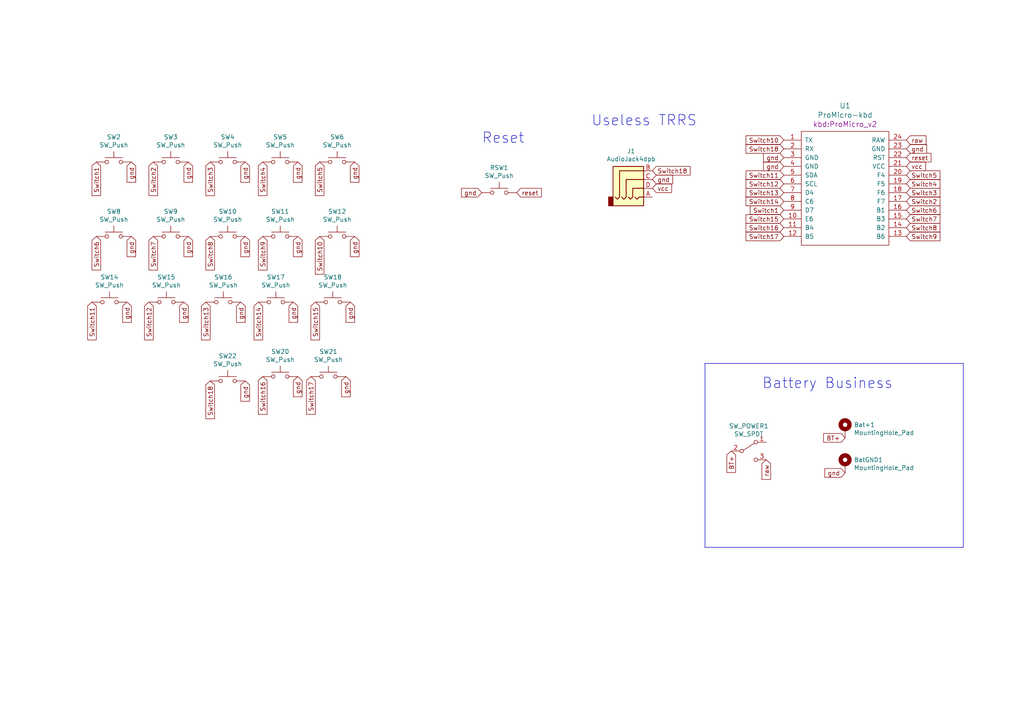
<source format=kicad_sch>
(kicad_sch (version 20230121) (generator eeschema)
  (paper "A4")
  (title_block (title "Demeter 36") (date "2024-02-01") (rev "0.1") (company "broomlabs"))
  (lib_symbols
    (symbol "Mechanical:MountingHole_Pad" (pin_numbers hide) (pin_names (offset 1.016) hide)
      (property "Reference" "H" (at 0 6.35 0))
      (property "Value" "Mechanical_MountingHole_Pad" (at 0 4.445 0))
      (symbol "MountingHole_Pad_0_1"
        (circle (center 0 1.27) (radius 1.27) (stroke (width 1.27)))
      )
      (symbol "MountingHole_Pad_1_1"
        (pin input line (at 0 -2.54 90) (length 2.54) (name "1") (number "1"))
      )
    )
    (symbol "Switch:SW_Push" (pin_numbers hide) (pin_names (offset 1.016) hide)
      (property "Reference" "SW" (at 1.27 2.54 0))
      (property "Value" "Switch_SW_Push" (at 0 -1.524 0))
      (symbol "SW_Push_0_1"
        (circle (center -2.032 0) (radius 0.508))
        (polyline (pts (xy 0 1.27) (xy 0 3.048)))
        (polyline (pts (xy 2.54 1.27) (xy -2.54 1.27)))
        (circle (center 2.032 0) (radius 0.508))
        (pin passive line (at -5.08 0 0) (length 2.54) (name "1") (number "1"))
        (pin passive line (at 5.08 0 180) (length 2.54) (name "2") (number "2"))
      )
    )
    (symbol "Switch:SW_SPDT" (pin_names (offset 0) hide)
      (property "Reference" "SW" (at 0 4.318 0))
      (property "Value" "Switch_SW_SPDT" (at 0 -5.08 0))
      (symbol "SW_SPDT_0_0"
        (circle (center -2.032 0) (radius 0.508))
        (circle (center 2.032 -2.54) (radius 0.508))
      )
      (symbol "SW_SPDT_0_1"
        (polyline (pts (xy -1.524 0.254) (xy 1.651 2.286)))
        (circle (center 2.032 2.54) (radius 0.508))
      )
      (symbol "SW_SPDT_1_1"
        (pin passive line (at 5.08 2.54 180) (length 2.54) (name "A") (number "1"))
        (pin passive line (at -5.08 0 0) (length 2.54) (name "B") (number "2"))
        (pin passive line (at 5.08 -2.54 180) (length 2.54) (name "C") (number "3"))
      )
    )
    (symbol "bigblackpill:ProMicro-kbd" (pin_names (offset 1.016))
      (property "Reference" "U" (at 0 24.13 0))
      (property "Value" "bigblackpill_ProMicro-kbd" (at 0 -13.97 0))
      (symbol "ProMicro-kbd_0_1"
        (rectangle (start -12.7 21.59) (end 12.7 -11.43))
      )
      (symbol "ProMicro-kbd_1_1"
        (pin bidirectional line (at -17.78 19.05 0) (length 5.08) (name "TX") (number "1"))
        (pin bidirectional line (at -17.78 -3.81 0) (length 5.08) (name "E6") (number "10"))
        (pin bidirectional line (at -17.78 -6.35 0) (length 5.08) (name "B4") (number "11"))
        (pin bidirectional line (at -17.78 -8.89 0) (length 5.08) (name "B5") (number "12"))
        (pin bidirectional line (at 17.78 -8.89 180) (length 5.08) (name "B6") (number "13"))
        (pin bidirectional line (at 17.78 -6.35 180) (length 5.08) (name "B2") (number "14"))
        (pin bidirectional line (at 17.78 -3.81 180) (length 5.08) (name "B3") (number "15"))
        (pin bidirectional line (at 17.78 -1.27 180) (length 5.08) (name "B1") (number "16"))
        (pin bidirectional line (at 17.78 1.27 180) (length 5.08) (name "F7") (number "17"))
        (pin bidirectional line (at 17.78 3.81 180) (length 5.08) (name "F6") (number "18"))
        (pin bidirectional line (at 17.78 6.35 180) (length 5.08) (name "F5") (number "19"))
        (pin bidirectional line (at -17.78 16.51 0) (length 5.08) (name "RX") (number "2"))
        (pin bidirectional line (at 17.78 8.89 180) (length 5.08) (name "F4") (number "20"))
        (pin power_in line (at 17.78 11.43 180) (length 5.08) (name "VCC") (number "21"))
        (pin input line (at 17.78 13.97 180) (length 5.08) (name "RST") (number "22"))
        (pin power_in line (at 17.78 16.51 180) (length 5.08) (name "GND") (number "23"))
        (pin power_out line (at 17.78 19.05 180) (length 5.08) (name "RAW") (number "24"))
        (pin power_in line (at -17.78 13.97 0) (length 5.08) (name "GND") (number "3"))
        (pin power_in line (at -17.78 11.43 0) (length 5.08) (name "GND") (number "4"))
        (pin bidirectional line (at -17.78 8.89 0) (length 5.08) (name "SDA") (number "5"))
        (pin bidirectional line (at -17.78 6.35 0) (length 5.08) (name "SCL") (number "6"))
        (pin bidirectional line (at -17.78 3.81 0) (length 5.08) (name "D4") (number "7"))
        (pin bidirectional line (at -17.78 1.27 0) (length 5.08) (name "C6") (number "8"))
        (pin bidirectional line (at -17.78 -1.27 0) (length 5.08) (name "D7") (number "9"))
      )
    )
    (symbol "tokas_bp:AudioJack4dpb"
      (property "Reference" "J" (at 0 8.89 0))
      (property "Value" "tokas_bp_AudioJack4dpb" (at 0 6.35 0))
      (symbol "AudioJack4dpb_0_1"
        (rectangle (start -6.35 -5.08) (end -7.62 -7.62) (stroke (width 0.254)) (fill (type outline)))
        (polyline (pts (xy 0 -5.08) (xy 0.635 -5.715) (xy 1.27 -5.08) (xy 2.54 -5.08)) (stroke (width 0.254)))
        (polyline (pts (xy -5.715 -5.08) (xy -5.08 -5.715) (xy -4.445 -5.08) (xy -4.445 2.54) (xy 2.54 2.54)) (stroke (width 0.254)))
        (polyline (pts (xy -1.905 -5.08) (xy -1.27 -5.715) (xy -0.635 -5.08) (xy -0.635 -2.54) (xy 2.54 -2.54)) (stroke (width 0.254)))
        (polyline (pts (xy 2.54 0) (xy -2.54 0) (xy -2.54 -5.08) (xy -3.175 -5.715) (xy -3.81 -5.08)) (stroke (width 0.254)))
        (rectangle (start 2.54 3.81) (end -6.35 -7.62) (stroke (width 0.254)) (fill (type background)))
      )
      (symbol "AudioJack4dpb_1_1"
        (pin passive line (at 5.08 -5.08 180) (length 2.54) (name "~") (number "A"))
        (pin passive line (at 5.08 2.54 180) (length 2.54) (name "~") (number "B"))
        (pin passive line (at 5.08 0 180) (length 2.54) (name "~") (number "C"))
        (pin passive line (at 5.08 -2.54 180) (length 2.54) (name "~") (number "D"))
      )
    )
  )
  (polyline (pts (xy 279.4 158.75) (xy 204.47 158.75)))
  (polyline (pts (xy 204.47 158.75) (xy 204.47 105.41)))
  (polyline (pts (xy 279.4 105.41) (xy 279.4 158.75)))
  (polyline (pts (xy 204.47 105.41) (xy 279.4 105.41)))
  (text "Reset" (at 139.7 41.91 0) (effects (font (size 2.9972 2.9972)) (justify left bottom)))
  (text "Battery Business" (at 220.98 113.03 0) (effects (font (size 2.9972 2.9972)) (justify left bottom)))
  (text "Useless TRRS\n" (at 171.45 36.83 0) (effects (font (size 2.9972 2.9972)) (justify left bottom)))
  (global_label "Switch4" (shape input) (at 76.2 46.99 270) (property "Intersheetrefs" "${INTERSHEET_REFS}" (effects hide)))
  (global_label "gnd" (shape input) (at 38.1 46.99 270) (property "Intersheetrefs" "${INTERSHEET_REFS}" (effects hide)))
  (global_label "gnd" (shape input) (at 102.87 68.58 270) (property "Intersheetrefs" "${INTERSHEET_REFS}" (effects hide)))
  (global_label "Switch11" (shape input) (at 227.33 50.8 180) (property "Intersheetrefs" "${INTERSHEET_REFS}" (effects hide)))
  (global_label "gnd" (shape input) (at 227.33 48.26 180) (property "Intersheetrefs" "${INTERSHEET_REFS}" (effects hide)))
  (global_label "Switch18" (shape input) (at 227.33 43.18 180) (property "Intersheetrefs" "${INTERSHEET_REFS}" (effects hide)))
  (global_label "gnd" (shape input) (at 86.36 46.99 270) (property "Intersheetrefs" "${INTERSHEET_REFS}" (effects hide)))
  (global_label "Switch11" (shape input) (at 26.67 87.63 270) (property "Intersheetrefs" "${INTERSHEET_REFS}" (effects hide)))
  (global_label "Switch12" (shape input) (at 43.18 87.63 270) (property "Intersheetrefs" "${INTERSHEET_REFS}" (effects hide)))
  (global_label "BT+" (shape input) (at 212.09 130.81 270) (property "Intersheetrefs" "${INTERSHEET_REFS}" (effects hide)))
  (global_label "gnd" (shape input) (at 38.1 68.58 270) (property "Intersheetrefs" "${INTERSHEET_REFS}" (effects hide)))
  (global_label "Switch8" (shape input) (at 60.96 68.58 270) (property "Intersheetrefs" "${INTERSHEET_REFS}" (effects hide)))
  (global_label "gnd" (shape input) (at 71.12 68.58 270) (property "Intersheetrefs" "${INTERSHEET_REFS}" (effects hide)))
  (global_label "reset" (shape input) (at 149.86 55.88 0) (property "Intersheetrefs" "${INTERSHEET_REFS}" (effects hide)))
  (global_label "Switch4" (shape input) (at 262.89 53.34 0) (property "Intersheetrefs" "${INTERSHEET_REFS}" (effects hide)))
  (global_label "Switch2" (shape input) (at 44.45 46.99 270) (property "Intersheetrefs" "${INTERSHEET_REFS}" (effects hide)))
  (global_label "gnd" (shape input) (at 36.83 87.63 270) (property "Intersheetrefs" "${INTERSHEET_REFS}" (effects hide)))
  (global_label "Switch13" (shape input) (at 227.33 55.88 180) (property "Intersheetrefs" "${INTERSHEET_REFS}" (effects hide)))
  (global_label "Switch14" (shape input) (at 227.33 58.42 180) (property "Intersheetrefs" "${INTERSHEET_REFS}" (effects hide)))
  (global_label "Switch1" (shape input) (at 227.33 60.96 180) (property "Intersheetrefs" "${INTERSHEET_REFS}" (effects hide)))
  (global_label "Switch18" (shape input) (at 189.23 49.53 0) (property "Intersheetrefs" "${INTERSHEET_REFS}" (effects hide)))
  (global_label "gnd" (shape input) (at 85.09 87.63 270) (property "Intersheetrefs" "${INTERSHEET_REFS}" (effects hide)))
  (global_label "gnd" (shape input) (at 86.36 109.22 270) (property "Intersheetrefs" "${INTERSHEET_REFS}" (effects hide)))
  (global_label "gnd" (shape input) (at 53.34 87.63 270) (property "Intersheetrefs" "${INTERSHEET_REFS}" (effects hide)))
  (global_label "Switch17" (shape input) (at 227.33 68.58 180) (property "Intersheetrefs" "${INTERSHEET_REFS}" (effects hide)))
  (global_label "gnd" (shape input) (at 262.89 43.18 0) (property "Intersheetrefs" "${INTERSHEET_REFS}" (effects hide)))
  (global_label "Switch8" (shape input) (at 262.89 66.04 0) (property "Intersheetrefs" "${INTERSHEET_REFS}" (effects hide)))
  (global_label "Switch13" (shape input) (at 59.69 87.63 270) (property "Intersheetrefs" "${INTERSHEET_REFS}" (effects hide)))
  (global_label "gnd" (shape input) (at 100.33 109.22 270) (property "Intersheetrefs" "${INTERSHEET_REFS}" (effects hide)))
  (global_label "Switch16" (shape input) (at 76.2 109.22 270) (property "Intersheetrefs" "${INTERSHEET_REFS}" (effects hide)))
  (global_label "Switch1" (shape input) (at 27.94 46.99 270) (property "Intersheetrefs" "${INTERSHEET_REFS}" (effects hide)))
  (global_label "Switch12" (shape input) (at 227.33 53.34 180) (property "Intersheetrefs" "${INTERSHEET_REFS}" (effects hide)))
  (global_label "vcc" (shape input) (at 262.89 48.26 0) (property "Intersheetrefs" "${INTERSHEET_REFS}" (effects hide)))
  (global_label "Switch14" (shape input) (at 74.93 87.63 270) (property "Intersheetrefs" "${INTERSHEET_REFS}" (effects hide)))
  (global_label "Switch17" (shape input) (at 90.17 109.22 270) (property "Intersheetrefs" "${INTERSHEET_REFS}" (effects hide)))
  (global_label "Switch18" (shape input) (at 60.96 110.49 270) (property "Intersheetrefs" "${INTERSHEET_REFS}" (effects hide)))
  (global_label "gnd" (shape input) (at 71.12 46.99 270) (property "Intersheetrefs" "${INTERSHEET_REFS}" (effects hide)))
  (global_label "gnd" (shape input) (at 86.36 68.58 270) (property "Intersheetrefs" "${INTERSHEET_REFS}" (effects hide)))
  (global_label "Switch5" (shape input) (at 92.71 46.99 270) (property "Intersheetrefs" "${INTERSHEET_REFS}" (effects hide)))
  (global_label "gnd" (shape input) (at 54.61 46.99 270) (property "Intersheetrefs" "${INTERSHEET_REFS}" (effects hide)))
  (global_label "Switch6" (shape input) (at 27.94 68.58 270) (property "Intersheetrefs" "${INTERSHEET_REFS}" (effects hide)))
  (global_label "gnd" (shape input) (at 189.23 52.07 0) (property "Intersheetrefs" "${INTERSHEET_REFS}" (effects hide)))
  (global_label "Switch15" (shape input) (at 91.44 87.63 270) (property "Intersheetrefs" "${INTERSHEET_REFS}" (effects hide)))
  (global_label "Switch15" (shape input) (at 227.33 63.5 180) (property "Intersheetrefs" "${INTERSHEET_REFS}" (effects hide)))
  (global_label "gnd" (shape input) (at 101.6 87.63 270) (property "Intersheetrefs" "${INTERSHEET_REFS}" (effects hide)))
  (global_label "Switch7" (shape input) (at 44.45 68.58 270) (property "Intersheetrefs" "${INTERSHEET_REFS}" (effects hide)))
  (global_label "Switch2" (shape input) (at 262.89 58.42 0) (property "Intersheetrefs" "${INTERSHEET_REFS}" (effects hide)))
  (global_label "Switch9" (shape input) (at 76.2 68.58 270) (property "Intersheetrefs" "${INTERSHEET_REFS}" (effects hide)))
  (global_label "gnd" (shape input) (at 71.12 110.49 270) (property "Intersheetrefs" "${INTERSHEET_REFS}" (effects hide)))
  (global_label "gnd" (shape input) (at 102.87 46.99 270) (property "Intersheetrefs" "${INTERSHEET_REFS}" (effects hide)))
  (global_label "Switch10" (shape input) (at 92.71 68.58 270) (property "Intersheetrefs" "${INTERSHEET_REFS}" (effects hide)))
  (global_label "gnd" (shape input) (at 227.33 45.72 180) (property "Intersheetrefs" "${INTERSHEET_REFS}" (effects hide)))
  (global_label "BT+" (shape input) (at 245.11 127 180) (property "Intersheetrefs" "${INTERSHEET_REFS}" (effects hide)))
  (global_label "Switch9" (shape input) (at 262.89 68.58 0) (property "Intersheetrefs" "${INTERSHEET_REFS}" (effects hide)))
  (global_label "gnd" (shape input) (at 245.11 137.16 180) (property "Intersheetrefs" "${INTERSHEET_REFS}" (effects hide)))
  (global_label "gnd" (shape input) (at 69.85 87.63 270) (property "Intersheetrefs" "${INTERSHEET_REFS}" (effects hide)))
  (global_label "raw" (shape input) (at 222.25 133.35 270) (property "Intersheetrefs" "${INTERSHEET_REFS}" (effects hide)))
  (global_label "raw" (shape input) (at 262.89 40.64 0) (property "Intersheetrefs" "${INTERSHEET_REFS}" (effects hide)))
  (global_label "Switch10" (shape input) (at 227.33 40.64 180) (property "Intersheetrefs" "${INTERSHEET_REFS}" (effects hide)))
  (global_label "vcc" (shape input) (at 189.23 54.61 0) (property "Intersheetrefs" "${INTERSHEET_REFS}" (effects hide)))
  (global_label "Switch5" (shape input) (at 262.89 50.8 0) (property "Intersheetrefs" "${INTERSHEET_REFS}" (effects hide)))
  (global_label "gnd" (shape input) (at 54.61 68.58 270) (property "Intersheetrefs" "${INTERSHEET_REFS}" (effects hide)))
  (global_label "Switch7" (shape input) (at 262.89 63.5 0) (property "Intersheetrefs" "${INTERSHEET_REFS}" (effects hide)))
  (global_label "Switch6" (shape input) (at 262.89 60.96 0) (property "Intersheetrefs" "${INTERSHEET_REFS}" (effects hide)))
  (global_label "Switch16" (shape input) (at 227.33 66.04 180) (property "Intersheetrefs" "${INTERSHEET_REFS}" (effects hide)))
  (global_label "Switch3" (shape input) (at 60.96 46.99 270) (property "Intersheetrefs" "${INTERSHEET_REFS}" (effects hide)))
  (global_label "Switch3" (shape input) (at 262.89 55.88 0) (property "Intersheetrefs" "${INTERSHEET_REFS}" (effects hide)))
  (global_label "reset" (shape input) (at 262.89 45.72 0) (property "Intersheetrefs" "${INTERSHEET_REFS}" (effects hide)))
  (global_label "gnd" (shape input) (at 139.7 55.88 180) (property "Intersheetrefs" "${INTERSHEET_REFS}" (effects hide)))
  (symbol (lib_id "Mechanical:MountingHole_Pad") (at 245.11 124.46 0) (unit 1)
    (property "Reference" "Bat+1" (at 247.65 123.2154 0) (effects (justify left)))
    (property "Value" "MountingHole_Pad" (at 247.65 125.5268 0) (effects (justify left)))
    (property "Footprint" "kbd:1pin_conn" (effects hide))
  )
  (symbol (lib_id "Mechanical:MountingHole_Pad") (at 245.11 134.62 0) (unit 1)
    (property "Reference" "BatGND1" (at 247.65 133.3754 0) (effects (justify left)))
    (property "Value" "MountingHole_Pad" (at 247.65 135.6868 0) (effects (justify left)))
    (property "Footprint" "kbd:1pin_conn" (effects hide))
  )
  (symbol (lib_id "bigblackpill:ProMicro-kbd") (at 245.11 59.69 0) (unit 1)
    (property "Reference" "U1" (at 245.11 30.6578 0) (effects (font (size 1.524 1.524))))
    (property "Value" "ProMicro-kbd" (at 245.11 33.3502 0) (effects (font (size 1.524 1.524))))
    (property "Footprint" "kbd:ProMicro_v2" (at 245.11 36.0426 0) (effects (font (size 1.524 1.524))))
  )
  (symbol (lib_id "Switch:SW_Push") (at 33.02 46.99 0) (unit 1)
    (property "Reference" "SW2" (at 33.02 39.751 0))
    (property "Value" "SW_Push" (at 33.02 42.0624 0))
    (property "Footprint" "Kailh:SW_PG1350_rev_DPB" (effects hide))
  )
  (symbol (lib_id "Switch:SW_Push") (at 49.53 46.99 0) (unit 1)
    (property "Reference" "SW3" (at 49.53 39.751 0))
    (property "Value" "SW_Push" (at 49.53 42.0624 0))
    (property "Footprint" "Kailh:SW_PG1350_rev_DPB" (effects hide))
  )
  (symbol (lib_id "Switch:SW_Push") (at 66.04 46.99 0) (unit 1)
    (property "Reference" "SW4" (at 66.04 39.751 0))
    (property "Value" "SW_Push" (at 66.04 42.0624 0))
    (property "Footprint" "Kailh:SW_PG1350_rev_DPB" (effects hide))
  )
  (symbol (lib_id "Switch:SW_Push") (at 81.28 46.99 0) (unit 1)
    (property "Reference" "SW5" (at 81.28 39.751 0))
    (property "Value" "SW_Push" (at 81.28 42.0624 0))
    (property "Footprint" "Kailh:SW_PG1350_rev_DPB" (effects hide))
  )
  (symbol (lib_id "Switch:SW_Push") (at 97.79 46.99 0) (unit 1)
    (property "Reference" "SW6" (at 97.79 39.751 0))
    (property "Value" "SW_Push" (at 97.79 42.0624 0))
    (property "Footprint" "Kailh:SW_PG1350_rev_DPB" (effects hide))
  )
  (symbol (lib_id "Switch:SW_Push") (at 81.28 109.22 0) (unit 1)
    (property "Reference" "SW20" (at 81.28 101.981 0))
    (property "Value" "SW_Push" (at 81.28 104.2924 0))
    (property "Footprint" "Kailh:SW_PG1350_rev_DPB" (effects hide))
  )
  (symbol (lib_id "Switch:SW_Push") (at 95.25 109.22 0) (unit 1)
    (property "Reference" "SW21" (at 95.25 101.981 0))
    (property "Value" "SW_Push" (at 95.25 104.2924 0))
    (property "Footprint" "Kailh:SW_PG1350_rev_DPB" (effects hide))
  )
  (symbol (lib_id "Switch:SW_Push") (at 33.02 68.58 0) (unit 1)
    (property "Reference" "SW8" (at 33.02 61.341 0))
    (property "Value" "SW_Push" (at 33.02 63.6524 0))
    (property "Footprint" "Kailh:SW_PG1350_rev_DPB" (effects hide))
  )
  (symbol (lib_id "Switch:SW_Push") (at 49.53 68.58 0) (unit 1)
    (property "Reference" "SW9" (at 49.53 61.341 0))
    (property "Value" "SW_Push" (at 49.53 63.6524 0))
    (property "Footprint" "Kailh:SW_PG1350_rev_DPB" (effects hide))
  )
  (symbol (lib_id "Switch:SW_Push") (at 66.04 68.58 0) (unit 1)
    (property "Reference" "SW10" (at 66.04 61.341 0))
    (property "Value" "SW_Push" (at 66.04 63.6524 0))
    (property "Footprint" "Kailh:SW_PG1350_rev_DPB" (effects hide))
  )
  (symbol (lib_id "Switch:SW_Push") (at 81.28 68.58 0) (unit 1)
    (property "Reference" "SW11" (at 81.28 61.341 0))
    (property "Value" "SW_Push" (at 81.28 63.6524 0))
    (property "Footprint" "Kailh:SW_PG1350_rev_DPB" (effects hide))
  )
  (symbol (lib_id "Switch:SW_Push") (at 97.79 68.58 0) (unit 1)
    (property "Reference" "SW12" (at 97.79 61.341 0))
    (property "Value" "SW_Push" (at 97.79 63.6524 0))
    (property "Footprint" "Kailh:SW_PG1350_rev_DPB" (effects hide))
  )
  (symbol (lib_id "Switch:SW_Push") (at 31.75 87.63 0) (unit 1)
    (property "Reference" "SW14" (at 31.75 80.391 0))
    (property "Value" "SW_Push" (at 31.75 82.7024 0))
    (property "Footprint" "Kailh:SW_PG1350_rev_DPB" (effects hide))
  )
  (symbol (lib_id "Switch:SW_Push") (at 48.26 87.63 0) (unit 1)
    (property "Reference" "SW15" (at 48.26 80.391 0))
    (property "Value" "SW_Push" (at 48.26 82.7024 0))
    (property "Footprint" "Kailh:SW_PG1350_rev_DPB" (effects hide))
  )
  (symbol (lib_id "Switch:SW_Push") (at 64.77 87.63 0) (unit 1)
    (property "Reference" "SW16" (at 64.77 80.391 0))
    (property "Value" "SW_Push" (at 64.77 82.7024 0))
    (property "Footprint" "Kailh:SW_PG1350_rev_DPB" (effects hide))
  )
  (symbol (lib_id "Switch:SW_Push") (at 80.01 87.63 0) (unit 1)
    (property "Reference" "SW17" (at 80.01 80.391 0))
    (property "Value" "SW_Push" (at 80.01 82.7024 0))
    (property "Footprint" "Kailh:SW_PG1350_rev_DPB" (effects hide))
  )
  (symbol (lib_id "Switch:SW_Push") (at 96.52 87.63 0) (unit 1)
    (property "Reference" "SW18" (at 96.52 80.391 0))
    (property "Value" "SW_Push" (at 96.52 82.7024 0))
    (property "Footprint" "Kailh:SW_PG1350_rev_DPB" (effects hide))
  )
  (symbol (lib_id "Switch:SW_Push") (at 144.78 55.88 0) (unit 1)
    (property "Reference" "RSW1" (at 144.78 48.641 0))
    (property "Value" "SW_Push" (at 144.78 50.9524 0))
    (property "Footprint" "kbd:ResetSW" (effects hide))
  )
  (symbol (lib_id "Switch:SW_SPDT") (at 217.17 130.81 0) (unit 1)
    (property "Reference" "SW_POWER1" (at 217.17 123.571 0))
    (property "Value" "SW_SPDT" (at 217.17 125.8824 0))
    (property "Footprint" "Kailh:SPDT_C128955" (effects hide))
  )
  (symbol (lib_id "tokas_bp:AudioJack4dpb") (at 184.15 52.07 0) (unit 1)
    (property "Reference" "J1" (at 183.0578 43.815 0))
    (property "Value" "AudioJack4dpb" (at 183.0578 46.1264 0))
    (property "Footprint" "kbd:MJ-4PP-9" (effects hide))
  )
  (symbol (lib_id "Switch:SW_Push") (at 66.04 110.49 0) (unit 1)
    (property "Reference" "SW22" (at 66.04 103.251 0))
    (property "Value" "SW_Push" (at 66.04 105.5624 0))
    (property "Footprint" "Kailh:SW_PG1350_rev_DPB" (effects hide))
  )
)
</source>
